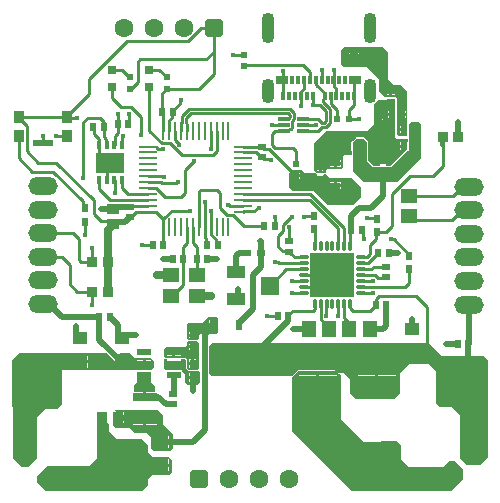
<source format=gbr>
G04*
G04 #@! TF.GenerationSoftware,Altium Limited,Altium Designer,24.8.2 (39)*
G04*
G04 Layer_Physical_Order=1*
G04 Layer_Color=255*
%FSLAX44Y44*%
%MOMM*%
G71*
G04*
G04 #@! TF.SameCoordinates,C7BC70F5-E38B-40BF-8CF6-97473964AE68*
G04*
G04*
G04 #@! TF.FilePolarity,Positive*
G04*
G01*
G75*
%ADD18R,0.6000X0.5000*%
%ADD19R,0.6000X0.6400*%
%ADD20R,0.7500X0.6000*%
G04:AMPARAMS|DCode=22|XSize=0.81mm|YSize=0.27mm|CornerRadius=0.0338mm|HoleSize=0mm|Usage=FLASHONLY|Rotation=180.000|XOffset=0mm|YOffset=0mm|HoleType=Round|Shape=RoundedRectangle|*
%AMROUNDEDRECTD22*
21,1,0.8100,0.2025,0,0,180.0*
21,1,0.7425,0.2700,0,0,180.0*
1,1,0.0675,-0.3713,0.1013*
1,1,0.0675,0.3713,0.1013*
1,1,0.0675,0.3713,-0.1013*
1,1,0.0675,-0.3713,-0.1013*
%
%ADD22ROUNDEDRECTD22*%
G04:AMPARAMS|DCode=23|XSize=0.27mm|YSize=0.81mm|CornerRadius=0.0338mm|HoleSize=0mm|Usage=FLASHONLY|Rotation=180.000|XOffset=0mm|YOffset=0mm|HoleType=Round|Shape=RoundedRectangle|*
%AMROUNDEDRECTD23*
21,1,0.2700,0.7425,0,0,180.0*
21,1,0.2025,0.8100,0,0,180.0*
1,1,0.0675,-0.1013,0.3713*
1,1,0.0675,0.1013,0.3713*
1,1,0.0675,0.1013,-0.3713*
1,1,0.0675,-0.1013,-0.3713*
%
%ADD23ROUNDEDRECTD23*%
%ADD24R,1.6000X1.6000*%
%ADD25R,1.6000X1.1000*%
%ADD26O,0.2500X1.5500*%
%ADD27O,1.5500X0.2500*%
%ADD28R,0.6400X0.6000*%
%ADD29R,0.5000X0.6000*%
%ADD30R,0.8000X0.8000*%
%ADD31R,0.6000X0.7500*%
%ADD32R,1.2000X1.0000*%
%ADD33R,0.6250X0.8300*%
%ADD34R,0.8500X0.9500*%
%ADD35R,3.2000X1.6000*%
%ADD36R,1.1500X1.3500*%
%ADD37R,1.3500X1.1500*%
%ADD38R,1.0000X0.9000*%
%ADD39R,2.4384X1.6510*%
%ADD40R,0.3048X0.7620*%
%ADD41P,1.6971X4X180.0*%
%ADD42P,1.6971X4X90.0*%
%ADD43R,0.9000X0.6000*%
%ADD44R,2.0000X0.8000*%
%ADD45R,1.2000X0.6000*%
%ADD46R,0.9000X1.0000*%
%ADD47R,1.7000X0.5500*%
%ADD48R,1.4000X1.2000*%
%ADD49R,0.3000X0.7000*%
%ADD50R,1.0000X0.7000*%
%ADD51R,0.9000X1.0000*%
%ADD52R,0.5000X0.4000*%
%ADD53R,0.9900X0.3000*%
%ADD91R,3.7000X3.7000*%
%ADD92C,0.5080*%
%ADD93C,0.2540*%
%ADD94C,0.6350*%
%ADD95C,1.6000*%
G04:AMPARAMS|DCode=96|XSize=1.6mm|YSize=1.6mm|CornerRadius=0.4mm|HoleSize=0mm|Usage=FLASHONLY|Rotation=0.000|XOffset=0mm|YOffset=0mm|HoleType=Round|Shape=RoundedRectangle|*
%AMROUNDEDRECTD96*
21,1,1.6000,0.8000,0,0,0.0*
21,1,0.8000,1.6000,0,0,0.0*
1,1,0.8000,0.4000,-0.4000*
1,1,0.8000,-0.4000,-0.4000*
1,1,0.8000,-0.4000,0.4000*
1,1,0.8000,0.4000,0.4000*
%
%ADD96ROUNDEDRECTD96*%
%ADD97O,2.5000X1.5000*%
%ADD98O,1.1000X2.1000*%
%ADD99O,1.1000X2.6000*%
%ADD100C,0.4500*%
G36*
X330200Y383540D02*
Y360680D01*
X335280Y355600D01*
X341630D01*
X346710Y350520D01*
Y321662D01*
X346580Y320700D01*
X345694Y320700D01*
X344850D01*
Y317500D01*
Y314300D01*
X345883D01*
X346304Y313284D01*
X345440Y312420D01*
X339090D01*
X337820Y313690D01*
Y344170D01*
X336956Y345034D01*
Y345056D01*
X336934D01*
X336550Y345440D01*
X327660D01*
X322580Y350520D01*
Y360680D01*
X312420Y370840D01*
X293370D01*
X290830Y373380D01*
X290830Y384810D01*
X293370Y387350D01*
X326390D01*
X330200Y383540D01*
D02*
G37*
G36*
X328930Y342900D02*
X329540Y342647D01*
Y342310D01*
X332740D01*
Y341040D01*
X334010D01*
Y338040D01*
X335940D01*
X336550Y337277D01*
Y334362D01*
X336420Y333400D01*
X335534Y333400D01*
X334690D01*
Y330200D01*
Y327000D01*
X336420D01*
X336550Y326038D01*
Y311150D01*
X337820Y309880D01*
X346710D01*
X346880Y309710D01*
Y307622D01*
X346580Y306730D01*
X345864Y306730D01*
X344850D01*
Y303530D01*
Y300330D01*
X345514D01*
X345910Y299314D01*
X332312Y286850D01*
X329169D01*
X328890Y287750D01*
X328890Y287866D01*
Y288480D01*
X326390D01*
X323890D01*
Y287866D01*
X323890Y287750D01*
X323611Y286850D01*
X317955D01*
X313520Y291285D01*
Y307340D01*
X313198Y308118D01*
X310658Y310658D01*
X309880Y310980D01*
X303530D01*
X302752Y310658D01*
X300212Y308118D01*
X299990Y307580D01*
X299868Y307321D01*
X299173Y306730D01*
X298874Y306730D01*
X297860D01*
Y303530D01*
Y300330D01*
X298874D01*
X299890Y299438D01*
Y296080D01*
X299720Y295910D01*
X293370D01*
X292100Y294640D01*
Y285750D01*
X290830Y284480D01*
X279400D01*
X278130Y283210D01*
Y281940D01*
X276860Y280670D01*
X270510D01*
X267970Y283210D01*
Y306070D01*
X278130Y316230D01*
X312420D01*
X318770Y322580D01*
Y339090D01*
X322580Y342900D01*
X328930D01*
D02*
G37*
G36*
X358140Y322580D02*
Y293370D01*
X337820Y273050D01*
X309880D01*
X300990Y281940D01*
X300990Y307340D01*
X303530Y309880D01*
X309880D01*
X312420Y307340D01*
Y290830D01*
X317500Y285750D01*
X332740D01*
X347537Y299314D01*
X347596D01*
Y299368D01*
X347980Y299720D01*
Y322100D01*
X349730Y323850D01*
X356870D01*
X358140Y322580D01*
D02*
G37*
G36*
X260350Y280670D02*
X268955D01*
X269732Y279892D01*
X270390Y279620D01*
X270548Y278683D01*
X270550Y278632D01*
X270550Y278554D01*
Y277940D01*
X273050D01*
X275550D01*
Y278554D01*
X275550Y278670D01*
X275829Y279570D01*
X276860D01*
X277638Y279892D01*
X280670Y276860D01*
X299720D01*
X307340Y269240D01*
Y260350D01*
X300990Y254000D01*
X279400D01*
X267970Y265430D01*
X250190D01*
X246380Y269240D01*
Y280670D01*
X248920Y283210D01*
X257810D01*
X260350Y280670D01*
D02*
G37*
G36*
X186690Y157480D02*
Y146050D01*
X185420Y144780D01*
X171450D01*
X170180Y143510D01*
Y140970D01*
X168910Y139700D01*
X161290D01*
X160020Y140970D01*
X160020Y152400D01*
X161290Y153670D01*
X172720D01*
X177800Y158750D01*
X185420D01*
X186690Y157480D01*
D02*
G37*
G36*
X115570Y124460D02*
X129540D01*
X132080Y121920D01*
Y116840D01*
X129540Y114300D01*
X54610D01*
Y85090D01*
X50401Y80881D01*
X39769D01*
X33020Y74131D01*
Y39370D01*
X25400Y31750D01*
X20320D01*
X12700Y39370D01*
Y82550D01*
X11837Y83413D01*
X12317Y84370D01*
X29210D01*
Y102870D01*
Y121370D01*
X12317D01*
X11837Y122327D01*
X17780Y128270D01*
X91663D01*
X98800Y121132D01*
Y116260D01*
X103530D01*
Y121260D01*
Y126657D01*
X102856Y127331D01*
X103245Y128270D01*
X111760D01*
X115570Y124460D01*
D02*
G37*
G36*
X170180Y137160D02*
Y115570D01*
X168910Y114300D01*
X161290Y114300D01*
X160020Y115570D01*
X160020Y123190D01*
X158750Y124460D01*
X142240D01*
X140970Y125730D01*
X140970Y132080D01*
X142240Y133350D01*
X158750D01*
X160020Y134620D01*
X160020Y137160D01*
X161290Y138430D01*
X168910D01*
X170180Y137160D01*
D02*
G37*
G36*
X142015Y123454D02*
X142240Y123360D01*
X142360D01*
X142774Y123248D01*
X142850Y122380D01*
X142850Y122344D01*
Y120650D01*
X148850D01*
X154850D01*
Y122344D01*
X154850Y122380D01*
X154936Y123360D01*
X158163D01*
X158920Y122604D01*
X158920Y115570D01*
X159242Y114792D01*
X160512Y113522D01*
X161290Y113200D01*
X168910Y113200D01*
X169688Y113522D01*
X171450Y111760D01*
Y104140D01*
X168910Y101600D01*
X161290D01*
X158750Y104140D01*
Y110490D01*
X155866Y113374D01*
Y113896D01*
X155344D01*
X154940Y114300D01*
X142240D01*
X140970Y115570D01*
X140970Y122847D01*
X141825Y123505D01*
X142015Y123454D01*
D02*
G37*
G36*
X125120Y106880D02*
X129540D01*
Y104140D01*
X133350Y100330D01*
Y95280D01*
X125730D01*
Y91280D01*
X123190D01*
Y95280D01*
X115570D01*
Y101600D01*
X118110Y104140D01*
Y106880D01*
X122580D01*
Y109880D01*
X125120D01*
Y106880D01*
D02*
G37*
G36*
X89770Y68660D02*
X92964D01*
X93000Y68660D01*
X93980Y68573D01*
Y62230D01*
X100330Y55880D01*
X121920D01*
X127000Y50800D01*
Y44450D01*
X130810Y40640D01*
X144780Y40640D01*
X147320Y38100D01*
Y27940D01*
X144780Y25400D01*
X130810D01*
X127000Y21590D01*
Y16510D01*
X121920Y11430D01*
X40640Y11430D01*
X33020Y19050D01*
X33020Y24130D01*
X41910Y33020D01*
X77470Y33020D01*
X83820Y39370D01*
Y67719D01*
X83987Y68594D01*
X84803Y68660D01*
X84836D01*
X87230D01*
Y73660D01*
X89770D01*
Y68660D01*
D02*
G37*
G36*
X139700Y76200D02*
Y68580D01*
X148590Y59690D01*
Y48260D01*
X146050Y45720D01*
X132080Y45720D01*
X129540Y48260D01*
Y57150D01*
X125730Y60960D01*
X115570D01*
X111760Y64770D01*
X100330D01*
X97425Y67675D01*
X97877Y68660D01*
X100730D01*
Y73660D01*
Y78660D01*
X99824D01*
X99315Y79676D01*
X99565Y80010D01*
X135890D01*
X139700Y76200D01*
D02*
G37*
G36*
X375920Y125730D02*
X411480D01*
X415290Y121920D01*
Y40640D01*
X408305Y33655D01*
X403871D01*
X403836Y34671D01*
X404520Y35354D01*
X407156Y37991D01*
X403812Y41336D01*
X400467Y37991D01*
X403094Y35364D01*
X403787Y34671D01*
X403752Y33655D01*
X396875D01*
X391160Y39370D01*
X391160Y76200D01*
X384810Y82550D01*
X374650D01*
X370840Y86360D01*
X370840Y113030D01*
X364490Y119380D01*
X347980D01*
X340360Y111760D01*
Y93980D01*
X335444Y89064D01*
X303366D01*
X298450Y93980D01*
Y106680D01*
X293371Y111759D01*
X288291Y111759D01*
X285750Y114300D01*
X254000D01*
X248920Y109220D01*
X181610D01*
X179070Y111760D01*
Y134620D01*
X181610Y137160D01*
X364490D01*
X375920Y125730D01*
D02*
G37*
G36*
X287513Y110982D02*
X287513Y110982D01*
X287938Y110805D01*
X288291Y110660D01*
X288291D01*
X288291D01*
X289390Y110660D01*
X290830Y109220D01*
X290830Y72390D01*
X309946Y53274D01*
X337801Y53359D01*
X341630Y49530D01*
Y38100D01*
X347980Y31750D01*
X377190D01*
X382270Y36830D01*
X387350D01*
X393700Y30480D01*
Y21590D01*
X383540Y11430D01*
X299720D01*
X294640Y16510D01*
X248920Y62230D01*
X248920Y108120D01*
D01*
X249698Y108442D01*
X254456Y113200D01*
X285294D01*
X287513Y110982D01*
D02*
G37*
%LPC*%
G36*
X304800Y385449D02*
Y384810D01*
X305439D01*
X305437Y384814D01*
X304804Y385447D01*
X304800Y385449D01*
D02*
G37*
G36*
X302260D02*
X302255Y385447D01*
X301623Y384814D01*
X301621Y384810D01*
X302260D01*
Y385449D01*
D02*
G37*
G36*
X297180D02*
Y384810D01*
X297819D01*
X297817Y384814D01*
X297185Y385447D01*
X297180Y385449D01*
D02*
G37*
G36*
X294640D02*
X294636Y385447D01*
X294003Y384814D01*
X294001Y384810D01*
X294640D01*
Y385449D01*
D02*
G37*
G36*
X305439Y382270D02*
X304800D01*
Y381631D01*
X304804Y381633D01*
X305437Y382266D01*
X305439Y382270D01*
D02*
G37*
G36*
X302260D02*
X301621D01*
X301623Y382266D01*
X302255Y381633D01*
X302260Y381631D01*
Y382270D01*
D02*
G37*
G36*
X297819D02*
X297180D01*
Y381631D01*
X297185Y381633D01*
X297817Y382266D01*
X297819Y382270D01*
D02*
G37*
G36*
X294640D02*
X294001D01*
X294003Y382266D01*
X294636Y381633D01*
X294640Y381631D01*
Y382270D01*
D02*
G37*
G36*
X304800Y376559D02*
Y375920D01*
X305439D01*
X305437Y375924D01*
X304804Y376557D01*
X304800Y376559D01*
D02*
G37*
G36*
X302260D02*
X302255Y376557D01*
X301623Y375924D01*
X301621Y375920D01*
X302260D01*
Y376559D01*
D02*
G37*
G36*
X297180D02*
Y375920D01*
X297819D01*
X297817Y375924D01*
X297185Y376557D01*
X297180Y376559D01*
D02*
G37*
G36*
X294640D02*
X294636Y376557D01*
X294003Y375924D01*
X294001Y375920D01*
X294640D01*
Y376559D01*
D02*
G37*
G36*
X305439Y373380D02*
X304800D01*
Y372741D01*
X304804Y372743D01*
X305437Y373376D01*
X305439Y373380D01*
D02*
G37*
G36*
X302260D02*
X301621D01*
X301623Y373376D01*
X302255Y372743D01*
X302260Y372741D01*
Y373380D01*
D02*
G37*
G36*
X297819D02*
X297180D01*
Y372741D01*
X297185Y372743D01*
X297817Y373376D01*
X297819Y373380D01*
D02*
G37*
G36*
X294640D02*
X294001D01*
X294003Y373376D01*
X294636Y372743D01*
X294640Y372741D01*
Y373380D01*
D02*
G37*
G36*
X335940Y352840D02*
X334010D01*
Y351110D01*
X335940D01*
Y352840D01*
D02*
G37*
G36*
X331470D02*
X329540D01*
Y351110D01*
X331470D01*
Y352840D01*
D02*
G37*
G36*
X335940Y348570D02*
X334010D01*
Y346840D01*
X335940D01*
Y348570D01*
D02*
G37*
G36*
X331470D02*
X329540D01*
Y346840D01*
X331470D01*
Y348570D01*
D02*
G37*
G36*
X345220Y333400D02*
X343490D01*
Y331470D01*
X345220D01*
Y333400D01*
D02*
G37*
G36*
X340950D02*
X339220D01*
Y331470D01*
X340950D01*
Y333400D01*
D02*
G37*
G36*
X345220Y328930D02*
X343490D01*
Y327000D01*
X345220D01*
Y328930D01*
D02*
G37*
G36*
X340950D02*
X339220D01*
Y327000D01*
X340950D01*
Y328930D01*
D02*
G37*
G36*
X342310Y320700D02*
X340580D01*
Y318770D01*
X342310D01*
Y320700D01*
D02*
G37*
G36*
Y316230D02*
X340580D01*
Y314300D01*
X342310D01*
Y316230D01*
D02*
G37*
G36*
X331470Y339770D02*
X329540D01*
Y338040D01*
X331470D01*
Y339770D01*
D02*
G37*
G36*
X332150Y333400D02*
X330420D01*
Y331470D01*
X332150D01*
Y333400D01*
D02*
G37*
G36*
X325120Y329569D02*
Y328930D01*
X325759D01*
X325757Y328935D01*
X325125Y329567D01*
X325120Y329569D01*
D02*
G37*
G36*
X322580D02*
X322575Y329567D01*
X321943Y328935D01*
X321941Y328930D01*
X322580D01*
Y329569D01*
D02*
G37*
G36*
X332150Y328930D02*
X330420D01*
Y327000D01*
X332150D01*
Y328930D01*
D02*
G37*
G36*
X325759Y326390D02*
X325120D01*
Y325751D01*
X325125Y325753D01*
X325757Y326385D01*
X325759Y326390D01*
D02*
G37*
G36*
X322580D02*
X321941D01*
X321943Y326385D01*
X322575Y325753D01*
X322580Y325751D01*
Y326390D01*
D02*
G37*
G36*
X323850Y313059D02*
Y312420D01*
X324489D01*
X324487Y312425D01*
X323854Y313057D01*
X323850Y313059D01*
D02*
G37*
G36*
X321310D02*
X321306Y313057D01*
X320673Y312425D01*
X320671Y312420D01*
X321310D01*
Y313059D01*
D02*
G37*
G36*
X285750Y311789D02*
Y311150D01*
X286389D01*
X286387Y311154D01*
X285755Y311787D01*
X285750Y311789D01*
D02*
G37*
G36*
X283210D02*
X283206Y311787D01*
X282573Y311154D01*
X282571Y311150D01*
X283210D01*
Y311789D01*
D02*
G37*
G36*
X324489Y309880D02*
X323850D01*
Y309241D01*
X323854Y309243D01*
X324487Y309876D01*
X324489Y309880D01*
D02*
G37*
G36*
X321310D02*
X320671D01*
X320673Y309876D01*
X321306Y309243D01*
X321310Y309241D01*
Y309880D01*
D02*
G37*
G36*
X286389Y308610D02*
X285750D01*
Y307971D01*
X285755Y307973D01*
X286387Y308605D01*
X286389Y308610D01*
D02*
G37*
G36*
X283210D02*
X282571D01*
X282573Y308605D01*
X283206Y307973D01*
X283210Y307971D01*
Y308610D01*
D02*
G37*
G36*
X342310Y306730D02*
X340580D01*
Y304800D01*
X342310D01*
Y306730D01*
D02*
G37*
G36*
X295320D02*
X293590D01*
Y304800D01*
X295320D01*
Y306730D01*
D02*
G37*
G36*
X331470Y302899D02*
Y302260D01*
X332109D01*
X332107Y302264D01*
X331474Y302897D01*
X331470Y302899D01*
D02*
G37*
G36*
X328930D02*
X328926Y302897D01*
X328293Y302264D01*
X328291Y302260D01*
X328930D01*
Y302899D01*
D02*
G37*
G36*
X275590Y301629D02*
Y300990D01*
X276229D01*
X276227Y300994D01*
X275595Y301627D01*
X275590Y301629D01*
D02*
G37*
G36*
X273050D02*
X273046Y301627D01*
X272413Y300994D01*
X272411Y300990D01*
X273050D01*
Y301629D01*
D02*
G37*
G36*
X342310Y302260D02*
X340580D01*
Y300330D01*
X342310D01*
Y302260D01*
D02*
G37*
G36*
X295320D02*
X293590D01*
Y300330D01*
X295320D01*
Y302260D01*
D02*
G37*
G36*
X332109Y299720D02*
X331470D01*
Y299081D01*
X331474Y299083D01*
X332107Y299715D01*
X332109Y299720D01*
D02*
G37*
G36*
X328930D02*
X328291D01*
X328293Y299715D01*
X328926Y299083D01*
X328930Y299081D01*
Y299720D01*
D02*
G37*
G36*
X276229Y298450D02*
X275590D01*
Y297811D01*
X275595Y297813D01*
X276227Y298445D01*
X276229Y298450D01*
D02*
G37*
G36*
X273050D02*
X272411D01*
X272413Y298445D01*
X273046Y297813D01*
X273050Y297811D01*
Y298450D01*
D02*
G37*
G36*
X328890Y291750D02*
X327660D01*
Y291020D01*
X328890D01*
Y291750D01*
D02*
G37*
G36*
X325120D02*
X323890D01*
Y291020D01*
X325120D01*
Y291750D01*
D02*
G37*
G36*
X290220Y291900D02*
X286990D01*
Y290170D01*
X290220D01*
Y291900D01*
D02*
G37*
G36*
X284450D02*
X281220D01*
Y290170D01*
X284450D01*
Y291900D01*
D02*
G37*
G36*
X275550Y286670D02*
X274320D01*
Y285940D01*
X275550D01*
Y286670D01*
D02*
G37*
G36*
X271780D02*
X270550D01*
Y285940D01*
X271780D01*
Y286670D01*
D02*
G37*
G36*
X290220Y287630D02*
X286990D01*
Y285900D01*
X290220D01*
Y287630D01*
D02*
G37*
G36*
X284450D02*
X281220D01*
Y285900D01*
X284450D01*
Y287630D01*
D02*
G37*
G36*
X275550Y283400D02*
X274320D01*
Y282670D01*
X275550D01*
Y283400D01*
D02*
G37*
G36*
X271780D02*
X270550D01*
Y282670D01*
X271780D01*
Y283400D01*
D02*
G37*
G36*
X255730Y280710D02*
X254000D01*
Y279480D01*
X255730D01*
Y280710D01*
D02*
G37*
G36*
X251460D02*
X249730D01*
Y279480D01*
X251460D01*
Y280710D01*
D02*
G37*
G36*
X255730Y276940D02*
X254000D01*
Y275710D01*
X255730D01*
Y276940D01*
D02*
G37*
G36*
X251460D02*
X249730D01*
Y275710D01*
X251460D01*
Y276940D01*
D02*
G37*
G36*
X275550Y275400D02*
X274320D01*
Y274670D01*
X275550D01*
Y275400D01*
D02*
G37*
G36*
X271780D02*
X270550D01*
Y274670D01*
X271780D01*
Y275400D01*
D02*
G37*
G36*
X290220Y272900D02*
X286990D01*
Y271170D01*
X290220D01*
Y272900D01*
D02*
G37*
G36*
X284450D02*
X281220D01*
Y271170D01*
X284450D01*
Y272900D01*
D02*
G37*
G36*
X257171Y271149D02*
Y270510D01*
X257810D01*
X257808Y270515D01*
X257175Y271147D01*
X257171Y271149D01*
D02*
G37*
G36*
X254631D02*
X254626Y271147D01*
X253993Y270515D01*
X253991Y270510D01*
X254631D01*
Y271149D01*
D02*
G37*
G36*
X257810Y267970D02*
X257171D01*
Y267331D01*
X257175Y267333D01*
X257808Y267966D01*
X257810Y267970D01*
D02*
G37*
G36*
X254631D02*
X253991D01*
X253993Y267966D01*
X254626Y267333D01*
X254631Y267331D01*
Y267970D01*
D02*
G37*
G36*
X290220Y268630D02*
X286990D01*
Y266900D01*
X290220D01*
Y268630D01*
D02*
G37*
G36*
X284450D02*
X281220D01*
Y266900D01*
X284450D01*
Y268630D01*
D02*
G37*
G36*
X284480Y262259D02*
Y261620D01*
X285119D01*
X285117Y261625D01*
X284485Y262257D01*
X284480Y262259D01*
D02*
G37*
G36*
X281940D02*
X281936Y262257D01*
X281303Y261625D01*
X281301Y261620D01*
X281940D01*
Y262259D01*
D02*
G37*
G36*
X285119Y259080D02*
X284480D01*
Y258441D01*
X284485Y258443D01*
X285117Y259076D01*
X285119Y259080D01*
D02*
G37*
G36*
X281940D02*
X281301D01*
X281303Y259076D01*
X281936Y258443D01*
X281940Y258441D01*
Y259080D01*
D02*
G37*
G36*
X185040Y156550D02*
X183185D01*
Y153670D01*
X185040D01*
Y156550D01*
D02*
G37*
G36*
X180645D02*
X178790D01*
Y153670D01*
X180645D01*
Y156550D01*
D02*
G37*
G36*
X185040Y151130D02*
X183185D01*
Y148250D01*
X185040D01*
Y151130D01*
D02*
G37*
G36*
X180645D02*
X178790D01*
Y148250D01*
X180645D01*
Y151130D01*
D02*
G37*
G36*
X168100Y145930D02*
X166370D01*
Y144700D01*
X168100D01*
Y145930D01*
D02*
G37*
G36*
X163830D02*
X162100D01*
Y144700D01*
X163830D01*
Y145930D01*
D02*
G37*
G36*
X168100Y142160D02*
X166370D01*
Y140930D01*
X168100D01*
Y142160D01*
D02*
G37*
G36*
X163830D02*
X162100D01*
Y140930D01*
X163830D01*
Y142160D01*
D02*
G37*
G36*
X110800Y126260D02*
X106070D01*
Y122530D01*
X110800D01*
Y126260D01*
D02*
G37*
G36*
X75850Y125810D02*
X71120D01*
Y122080D01*
X75850D01*
Y125810D01*
D02*
G37*
G36*
X68580D02*
X63850D01*
Y122080D01*
X68580D01*
Y125810D01*
D02*
G37*
G36*
X129850Y122380D02*
X125120D01*
Y120650D01*
X129850D01*
Y122380D01*
D02*
G37*
G36*
X122580D02*
X117850D01*
Y120650D01*
X122580D01*
Y122380D01*
D02*
G37*
G36*
X129850Y118110D02*
X125120D01*
Y116380D01*
X129850D01*
Y118110D01*
D02*
G37*
G36*
X122580D02*
X117850D01*
Y116380D01*
X122580D01*
Y118110D01*
D02*
G37*
G36*
X110800Y119990D02*
X106070D01*
Y116260D01*
X110800D01*
Y119990D01*
D02*
G37*
G36*
X75850Y119540D02*
X71120D01*
Y115810D01*
X75850D01*
Y119540D01*
D02*
G37*
G36*
X68580D02*
X63850D01*
Y115810D01*
X68580D01*
Y119540D01*
D02*
G37*
G36*
X31750Y121370D02*
Y104140D01*
X48980D01*
Y112647D01*
Y121370D01*
X31750D01*
D02*
G37*
G36*
X48980Y101600D02*
X31750D01*
Y84370D01*
X48980D01*
Y101600D01*
D02*
G37*
G36*
X22908Y50347D02*
X19564Y47002D01*
X22908Y43658D01*
X26253Y47002D01*
X22908Y50347D01*
D02*
G37*
G36*
X17768Y45206D02*
X14423Y41862D01*
X17768Y38517D01*
X21112Y41862D01*
X17768Y45206D01*
D02*
G37*
G36*
X28049D02*
X24704Y41862D01*
X28049Y38517D01*
X31394Y41862D01*
X28049Y45206D01*
D02*
G37*
G36*
X22908Y40066D02*
X19564Y36721D01*
X22908Y33376D01*
X26253Y36721D01*
X22908Y40066D01*
D02*
G37*
G36*
X168100Y135930D02*
X166370D01*
Y134700D01*
X168100D01*
Y135930D01*
D02*
G37*
G36*
X163830D02*
X162100D01*
Y134700D01*
X163830D01*
Y135930D01*
D02*
G37*
G36*
X168100Y132160D02*
X166370D01*
Y130930D01*
X168100D01*
Y132160D01*
D02*
G37*
G36*
X163830D02*
X162100D01*
Y130930D01*
X163830D01*
Y132160D01*
D02*
G37*
G36*
X154850Y131880D02*
X150120D01*
Y130150D01*
X154850D01*
Y131880D01*
D02*
G37*
G36*
X147580D02*
X142850D01*
Y130150D01*
X147580D01*
Y131880D01*
D02*
G37*
G36*
X154850Y127610D02*
X150120D01*
Y125880D01*
X154850D01*
Y127610D01*
D02*
G37*
G36*
X147580D02*
X142850D01*
Y125880D01*
X147580D01*
Y127610D01*
D02*
G37*
G36*
X168100Y123130D02*
X166370D01*
Y120650D01*
X168100D01*
Y123130D01*
D02*
G37*
G36*
X163830D02*
X162100D01*
Y120650D01*
X163830D01*
Y123130D01*
D02*
G37*
G36*
X168100Y118110D02*
X166370D01*
Y115630D01*
X168100D01*
Y118110D01*
D02*
G37*
G36*
X163830D02*
X162100D01*
Y115630D01*
X163830D01*
Y118110D01*
D02*
G37*
G36*
X154850D02*
X150120D01*
Y116380D01*
X154850D01*
Y118110D01*
D02*
G37*
G36*
X147580D02*
X142850D01*
Y116380D01*
X147580D01*
Y118110D01*
D02*
G37*
G36*
X168100Y111630D02*
X166370D01*
Y109150D01*
X168100D01*
Y111630D01*
D02*
G37*
G36*
X163830D02*
X162100D01*
Y109150D01*
X163830D01*
Y111630D01*
D02*
G37*
G36*
X168100Y106610D02*
X166370D01*
Y104130D01*
X168100D01*
Y106610D01*
D02*
G37*
G36*
X163830D02*
X162100D01*
Y104130D01*
X163830D01*
Y106610D01*
D02*
G37*
G36*
X144430Y38180D02*
X139700D01*
Y34450D01*
X144430D01*
Y38180D01*
D02*
G37*
G36*
X137160D02*
X132430D01*
Y34450D01*
X137160D01*
Y38180D01*
D02*
G37*
G36*
X122640Y51520D02*
X105410D01*
Y34290D01*
X122640D01*
Y51520D01*
D02*
G37*
G36*
X102870D02*
X85640D01*
Y34290D01*
X102870D01*
Y51520D01*
D02*
G37*
G36*
X144430Y31910D02*
X139700D01*
Y28180D01*
X144430D01*
Y31910D01*
D02*
G37*
G36*
X137160D02*
X132430D01*
Y28180D01*
X137160D01*
Y31910D01*
D02*
G37*
G36*
X43132Y30124D02*
X39787Y26779D01*
X43132Y23434D01*
X46476Y26779D01*
X43132Y30124D01*
D02*
G37*
G36*
X48272Y24983D02*
X44928Y21638D01*
X48272Y18294D01*
X51617Y21638D01*
X48272Y24983D01*
D02*
G37*
G36*
X37991D02*
X34646Y21638D01*
X37991Y18294D01*
X41336Y21638D01*
X37991Y24983D01*
D02*
G37*
G36*
X122640Y31750D02*
X105410D01*
Y14520D01*
X122640D01*
Y31750D01*
D02*
G37*
G36*
X102870D02*
X85640D01*
Y14520D01*
X102870D01*
Y31750D01*
D02*
G37*
G36*
X43132Y19842D02*
X39787Y16498D01*
X43132Y13153D01*
X46476Y16498D01*
X43132Y19842D01*
D02*
G37*
G36*
X106500Y78660D02*
X103270D01*
Y74930D01*
X106500D01*
Y78660D01*
D02*
G37*
G36*
X134460Y75280D02*
X125730D01*
Y72550D01*
X134460D01*
Y75280D01*
D02*
G37*
G36*
X123190D02*
X114460D01*
Y72550D01*
X123190D01*
Y75280D01*
D02*
G37*
G36*
X106500Y72390D02*
X103270D01*
Y68660D01*
X106500D01*
Y72390D01*
D02*
G37*
G36*
X134460Y70010D02*
X125730D01*
Y67280D01*
X134460D01*
Y70010D01*
D02*
G37*
G36*
X123190D02*
X114460D01*
Y67280D01*
X123190D01*
Y70010D01*
D02*
G37*
G36*
X144430Y58180D02*
X139700D01*
Y54450D01*
X144430D01*
Y58180D01*
D02*
G37*
G36*
X137160D02*
X132430D01*
Y54450D01*
X137160D01*
Y58180D01*
D02*
G37*
G36*
X144430Y51910D02*
X139700D01*
Y48180D01*
X144430D01*
Y51910D01*
D02*
G37*
G36*
X137160D02*
X132430D01*
Y48180D01*
X137160D01*
Y51910D01*
D02*
G37*
G36*
X213360Y132719D02*
Y132080D01*
X213999D01*
X213997Y132085D01*
X213364Y132717D01*
X213360Y132719D01*
D02*
G37*
G36*
X210820D02*
X210816Y132717D01*
X210182Y132085D01*
X210181Y132080D01*
X210820D01*
Y132719D01*
D02*
G37*
G36*
X204047D02*
Y132080D01*
X204686D01*
X204684Y132085D01*
X204051Y132717D01*
X204047Y132719D01*
D02*
G37*
G36*
X201507D02*
X201502Y132717D01*
X200869Y132085D01*
X200867Y132080D01*
X201507D01*
Y132719D01*
D02*
G37*
G36*
X194733D02*
Y132080D01*
X195373D01*
X195371Y132085D01*
X194738Y132717D01*
X194733Y132719D01*
D02*
G37*
G36*
X192193D02*
X192189Y132717D01*
X191556Y132085D01*
X191554Y132080D01*
X192193D01*
Y132719D01*
D02*
G37*
G36*
X185420D02*
Y132080D01*
X186059D01*
X186057Y132085D01*
X185424Y132717D01*
X185420Y132719D01*
D02*
G37*
G36*
X182880D02*
X182875Y132717D01*
X182243Y132085D01*
X182241Y132080D01*
X182880D01*
Y132719D01*
D02*
G37*
G36*
X364490Y131449D02*
Y130810D01*
X365129D01*
X365127Y130815D01*
X364495Y131447D01*
X364490Y131449D01*
D02*
G37*
G36*
X361950D02*
X361945Y131447D01*
X361313Y130815D01*
X361311Y130810D01*
X361950D01*
Y131449D01*
D02*
G37*
G36*
X356520Y133430D02*
X351790D01*
Y129700D01*
X356520D01*
Y133430D01*
D02*
G37*
G36*
X349250D02*
X344520D01*
Y129700D01*
X349250D01*
Y133430D01*
D02*
G37*
G36*
X213999Y129540D02*
X213360D01*
Y128901D01*
X213364Y128903D01*
X213997Y129536D01*
X213999Y129540D01*
D02*
G37*
G36*
X210820D02*
X210181D01*
X210182Y129536D01*
X210816Y128903D01*
X210820Y128901D01*
Y129540D01*
D02*
G37*
G36*
X204686D02*
X204047D01*
Y128901D01*
X204051Y128903D01*
X204684Y129536D01*
X204686Y129540D01*
D02*
G37*
G36*
X201507D02*
X200867D01*
X200869Y129536D01*
X201502Y128903D01*
X201507Y128901D01*
Y129540D01*
D02*
G37*
G36*
X195373D02*
X194733D01*
Y128901D01*
X194738Y128903D01*
X195371Y129536D01*
X195373Y129540D01*
D02*
G37*
G36*
X192193D02*
X191554D01*
X191556Y129536D01*
X192189Y128903D01*
X192193Y128901D01*
Y129540D01*
D02*
G37*
G36*
X186059D02*
X185420D01*
Y128901D01*
X185424Y128903D01*
X186057Y129536D01*
X186059Y129540D01*
D02*
G37*
G36*
X182880D02*
X182241D01*
X182243Y129536D01*
X182875Y128903D01*
X182880Y128901D01*
Y129540D01*
D02*
G37*
G36*
X365129Y128270D02*
X364490D01*
Y127631D01*
X364495Y127633D01*
X365127Y128265D01*
X365129Y128270D01*
D02*
G37*
G36*
X361950D02*
X361311D01*
X361313Y128265D01*
X361945Y127633D01*
X361950Y127631D01*
Y128270D01*
D02*
G37*
G36*
X213360Y125099D02*
Y124460D01*
X213999D01*
X213997Y124465D01*
X213364Y125097D01*
X213360Y125099D01*
D02*
G37*
G36*
X210820D02*
X210816Y125097D01*
X210182Y124465D01*
X210181Y124460D01*
X210820D01*
Y125099D01*
D02*
G37*
G36*
X204047D02*
Y124460D01*
X204686D01*
X204684Y124465D01*
X204051Y125097D01*
X204047Y125099D01*
D02*
G37*
G36*
X201507D02*
X201502Y125097D01*
X200869Y124465D01*
X200867Y124460D01*
X201507D01*
Y125099D01*
D02*
G37*
G36*
X194733D02*
Y124460D01*
X195373D01*
X195371Y124465D01*
X194738Y125097D01*
X194733Y125099D01*
D02*
G37*
G36*
X192193D02*
X192189Y125097D01*
X191556Y124465D01*
X191554Y124460D01*
X192193D01*
Y125099D01*
D02*
G37*
G36*
X185420D02*
Y124460D01*
X186059D01*
X186057Y124465D01*
X185424Y125097D01*
X185420Y125099D01*
D02*
G37*
G36*
X182880D02*
X182875Y125097D01*
X182243Y124465D01*
X182241Y124460D01*
X182880D01*
Y125099D01*
D02*
G37*
G36*
X356520Y127160D02*
X351790D01*
Y123430D01*
X356520D01*
Y127160D01*
D02*
G37*
G36*
X349250D02*
X344520D01*
Y123430D01*
X349250D01*
Y127160D01*
D02*
G37*
G36*
X213999Y121920D02*
X213360D01*
Y121281D01*
X213364Y121283D01*
X213997Y121916D01*
X213999Y121920D01*
D02*
G37*
G36*
X210820D02*
X210181D01*
X210182Y121916D01*
X210816Y121283D01*
X210820Y121281D01*
Y121920D01*
D02*
G37*
G36*
X204686D02*
X204047D01*
Y121281D01*
X204051Y121283D01*
X204684Y121916D01*
X204686Y121920D01*
D02*
G37*
G36*
X201507D02*
X200867D01*
X200869Y121916D01*
X201502Y121283D01*
X201507Y121281D01*
Y121920D01*
D02*
G37*
G36*
X195373D02*
X194733D01*
Y121281D01*
X194738Y121283D01*
X195371Y121916D01*
X195373Y121920D01*
D02*
G37*
G36*
X192193D02*
X191554D01*
X191556Y121916D01*
X192189Y121283D01*
X192193Y121281D01*
Y121920D01*
D02*
G37*
G36*
X186059D02*
X185420D01*
Y121281D01*
X185424Y121283D01*
X186057Y121916D01*
X186059Y121920D01*
D02*
G37*
G36*
X182880D02*
X182241D01*
X182243Y121916D01*
X182875Y121283D01*
X182880Y121281D01*
Y121920D01*
D02*
G37*
G36*
X213360Y117479D02*
Y116840D01*
X213999D01*
X213997Y116845D01*
X213364Y117477D01*
X213360Y117479D01*
D02*
G37*
G36*
X210820D02*
X210816Y117477D01*
X210182Y116845D01*
X210181Y116840D01*
X210820D01*
Y117479D01*
D02*
G37*
G36*
X204047D02*
Y116840D01*
X204686D01*
X204684Y116845D01*
X204051Y117477D01*
X204047Y117479D01*
D02*
G37*
G36*
X201507D02*
X201502Y117477D01*
X200869Y116845D01*
X200867Y116840D01*
X201507D01*
Y117479D01*
D02*
G37*
G36*
X194733D02*
Y116840D01*
X195373D01*
X195371Y116845D01*
X194738Y117477D01*
X194733Y117479D01*
D02*
G37*
G36*
X192193D02*
X192189Y117477D01*
X191556Y116845D01*
X191554Y116840D01*
X192193D01*
Y117479D01*
D02*
G37*
G36*
X185420D02*
Y116840D01*
X186059D01*
X186057Y116845D01*
X185424Y117477D01*
X185420Y117479D01*
D02*
G37*
G36*
X182880D02*
X182875Y117477D01*
X182243Y116845D01*
X182241Y116840D01*
X182880D01*
Y117479D01*
D02*
G37*
G36*
X213999Y114300D02*
X213360D01*
Y113661D01*
X213364Y113663D01*
X213997Y114296D01*
X213999Y114300D01*
D02*
G37*
G36*
X210820D02*
X210181D01*
X210182Y114296D01*
X210816Y113663D01*
X210820Y113661D01*
Y114300D01*
D02*
G37*
G36*
X204686D02*
X204047D01*
Y113661D01*
X204051Y113663D01*
X204684Y114296D01*
X204686Y114300D01*
D02*
G37*
G36*
X201507D02*
X200867D01*
X200869Y114296D01*
X201502Y113663D01*
X201507Y113661D01*
Y114300D01*
D02*
G37*
G36*
X195373D02*
X194733D01*
Y113661D01*
X194738Y113663D01*
X195371Y114296D01*
X195373Y114300D01*
D02*
G37*
G36*
X192193D02*
X191554D01*
X191556Y114296D01*
X192189Y113663D01*
X192193Y113661D01*
Y114300D01*
D02*
G37*
G36*
X186059D02*
X185420D01*
Y113661D01*
X185424Y113663D01*
X186057Y114296D01*
X186059Y114300D01*
D02*
G37*
G36*
X182880D02*
X182241D01*
X182243Y114296D01*
X182875Y113663D01*
X182880Y113661D01*
Y114300D01*
D02*
G37*
G36*
X410930Y122640D02*
X393700D01*
Y105410D01*
X410930D01*
Y122640D01*
D02*
G37*
G36*
X391160D02*
X373930D01*
Y105410D01*
X391160D01*
Y122640D01*
D02*
G37*
G36*
X336910Y109600D02*
X322180D01*
Y102870D01*
X336910D01*
Y109600D01*
D02*
G37*
G36*
X319640D02*
X304910D01*
Y102870D01*
X319640D01*
Y109600D01*
D02*
G37*
G36*
X336910Y100330D02*
X322180D01*
Y93600D01*
X336910D01*
Y100330D01*
D02*
G37*
G36*
X319640D02*
X304910D01*
Y93600D01*
X319640D01*
Y100330D01*
D02*
G37*
G36*
X410930Y102870D02*
X393700D01*
Y85640D01*
X410930D01*
Y102870D01*
D02*
G37*
G36*
X391160D02*
X373930D01*
Y85640D01*
X391160D01*
Y102870D01*
D02*
G37*
G36*
X403812Y51617D02*
X400467Y48272D01*
X403812Y44928D01*
X407156Y48272D01*
X403812Y51617D01*
D02*
G37*
G36*
X408952Y46476D02*
X405608Y43132D01*
X408952Y39787D01*
X412297Y43132D01*
X408952Y46476D01*
D02*
G37*
G36*
X398671Y46476D02*
X395326Y43132D01*
X398671Y39787D01*
X402016Y43132D01*
X398671Y46476D01*
D02*
G37*
G36*
X286910Y109600D02*
X272180D01*
Y102870D01*
X286910D01*
Y109600D01*
D02*
G37*
G36*
X269640D02*
X254910D01*
Y102870D01*
X269640D01*
Y109600D01*
D02*
G37*
G36*
X286910Y100330D02*
X272180D01*
Y93600D01*
X286910D01*
Y100330D01*
D02*
G37*
G36*
X269640D02*
X254910D01*
Y93600D01*
X269640D01*
Y100330D01*
D02*
G37*
G36*
X285750Y89539D02*
Y88900D01*
X286389D01*
X286387Y88904D01*
X285755Y89537D01*
X285750Y89539D01*
D02*
G37*
G36*
X283210D02*
X283206Y89537D01*
X282573Y88904D01*
X282571Y88900D01*
X283210D01*
Y89539D01*
D02*
G37*
G36*
X273050D02*
Y88900D01*
X273689D01*
X273687Y88904D01*
X273055Y89537D01*
X273050Y89539D01*
D02*
G37*
G36*
X270510D02*
X270506Y89537D01*
X269873Y88904D01*
X269871Y88900D01*
X270510D01*
Y89539D01*
D02*
G37*
G36*
X260350D02*
Y88900D01*
X260989D01*
X260987Y88904D01*
X260354Y89537D01*
X260350Y89539D01*
D02*
G37*
G36*
X257810D02*
X257806Y89537D01*
X257173Y88904D01*
X257171Y88900D01*
X257810D01*
Y89539D01*
D02*
G37*
G36*
X286389Y86360D02*
X285750D01*
Y85721D01*
X285755Y85723D01*
X286387Y86355D01*
X286389Y86360D01*
D02*
G37*
G36*
X283210D02*
X282571D01*
X282573Y86355D01*
X283206Y85723D01*
X283210Y85721D01*
Y86360D01*
D02*
G37*
G36*
X273689D02*
X273050D01*
Y85721D01*
X273055Y85723D01*
X273687Y86355D01*
X273689Y86360D01*
D02*
G37*
G36*
X270510D02*
X269871D01*
X269873Y86355D01*
X270506Y85723D01*
X270510Y85721D01*
Y86360D01*
D02*
G37*
G36*
X260989D02*
X260350D01*
Y85721D01*
X260354Y85723D01*
X260987Y86355D01*
X260989Y86360D01*
D02*
G37*
G36*
X257810D02*
X257171D01*
X257173Y86355D01*
X257806Y85723D01*
X257810Y85721D01*
Y86360D01*
D02*
G37*
G36*
X285750Y74299D02*
Y73660D01*
X286389D01*
X286387Y73664D01*
X285755Y74297D01*
X285750Y74299D01*
D02*
G37*
G36*
X283210D02*
X283206Y74297D01*
X282573Y73664D01*
X282571Y73660D01*
X283210D01*
Y74299D01*
D02*
G37*
G36*
X273050D02*
Y73660D01*
X273689D01*
X273687Y73664D01*
X273055Y74297D01*
X273050Y74299D01*
D02*
G37*
G36*
X270510D02*
X270506Y74297D01*
X269873Y73664D01*
X269871Y73660D01*
X270510D01*
Y74299D01*
D02*
G37*
G36*
X260350D02*
Y73660D01*
X260989D01*
X260987Y73664D01*
X260354Y74297D01*
X260350Y74299D01*
D02*
G37*
G36*
X257810D02*
X257806Y74297D01*
X257173Y73664D01*
X257171Y73660D01*
X257810D01*
Y74299D01*
D02*
G37*
G36*
X286389Y71120D02*
X285750D01*
Y70481D01*
X285755Y70483D01*
X286387Y71115D01*
X286389Y71120D01*
D02*
G37*
G36*
X283210D02*
X282571D01*
X282573Y71115D01*
X283206Y70483D01*
X283210Y70481D01*
Y71120D01*
D02*
G37*
G36*
X273689D02*
X273050D01*
Y70481D01*
X273055Y70483D01*
X273687Y71115D01*
X273689Y71120D01*
D02*
G37*
G36*
X270510D02*
X269871D01*
X269873Y71115D01*
X270506Y70483D01*
X270510Y70481D01*
Y71120D01*
D02*
G37*
G36*
X260989D02*
X260350D01*
Y70481D01*
X260354Y70483D01*
X260987Y71115D01*
X260989Y71120D01*
D02*
G37*
G36*
X257810D02*
X257171D01*
X257173Y71115D01*
X257806Y70483D01*
X257810Y70481D01*
Y71120D01*
D02*
G37*
G36*
X295910Y57789D02*
Y57150D01*
X296549D01*
X296547Y57154D01*
X295914Y57787D01*
X295910Y57789D01*
D02*
G37*
G36*
X293370D02*
X293365Y57787D01*
X292733Y57154D01*
X292731Y57150D01*
X293370D01*
Y57789D01*
D02*
G37*
G36*
X285750D02*
Y57150D01*
X286389D01*
X286387Y57154D01*
X285755Y57787D01*
X285750Y57789D01*
D02*
G37*
G36*
X283210D02*
X283206Y57787D01*
X282573Y57154D01*
X282571Y57150D01*
X283210D01*
Y57789D01*
D02*
G37*
G36*
X273050D02*
Y57150D01*
X273689D01*
X273687Y57154D01*
X273055Y57787D01*
X273050Y57789D01*
D02*
G37*
G36*
X270510D02*
X270506Y57787D01*
X269873Y57154D01*
X269871Y57150D01*
X270510D01*
Y57789D01*
D02*
G37*
G36*
X296549Y54610D02*
X295910D01*
Y53971D01*
X295914Y53973D01*
X296547Y54605D01*
X296549Y54610D01*
D02*
G37*
G36*
X293370D02*
X292731D01*
X292733Y54605D01*
X293365Y53973D01*
X293370Y53971D01*
Y54610D01*
D02*
G37*
G36*
X286389D02*
X285750D01*
Y53971D01*
X285755Y53973D01*
X286387Y54605D01*
X286389Y54610D01*
D02*
G37*
G36*
X283210D02*
X282571D01*
X282573Y54605D01*
X283206Y53973D01*
X283210Y53971D01*
Y54610D01*
D02*
G37*
G36*
X273689D02*
X273050D01*
Y53971D01*
X273055Y53973D01*
X273687Y54605D01*
X273689Y54610D01*
D02*
G37*
G36*
X270510D02*
X269871D01*
X269873Y54605D01*
X270506Y53973D01*
X270510Y53971D01*
Y54610D01*
D02*
G37*
G36*
X295910Y45089D02*
Y44450D01*
X296549D01*
X296547Y44454D01*
X295914Y45087D01*
X295910Y45089D01*
D02*
G37*
G36*
X293370D02*
X293365Y45087D01*
X292733Y44454D01*
X292731Y44450D01*
X293370D01*
Y45089D01*
D02*
G37*
G36*
X285750D02*
Y44450D01*
X286389D01*
X286387Y44454D01*
X285755Y45087D01*
X285750Y45089D01*
D02*
G37*
G36*
X283210D02*
X283206Y45087D01*
X282573Y44454D01*
X282571Y44450D01*
X283210D01*
Y45089D01*
D02*
G37*
G36*
X296549Y41910D02*
X295910D01*
Y41271D01*
X295914Y41273D01*
X296547Y41905D01*
X296549Y41910D01*
D02*
G37*
G36*
X293370D02*
X292731D01*
X292733Y41905D01*
X293365Y41273D01*
X293370Y41271D01*
Y41910D01*
D02*
G37*
G36*
X286389D02*
X285750D01*
Y41271D01*
X285755Y41273D01*
X286387Y41905D01*
X286389Y41910D01*
D02*
G37*
G36*
X283210D02*
X282571D01*
X282573Y41905D01*
X283206Y41273D01*
X283210Y41271D01*
Y41910D01*
D02*
G37*
G36*
X338540Y50250D02*
X321310D01*
Y33020D01*
X338540D01*
Y50250D01*
D02*
G37*
G36*
X318770D02*
X301540D01*
Y33020D01*
X318770D01*
Y50250D01*
D02*
G37*
G36*
X295910Y32389D02*
Y31750D01*
X296549D01*
X296547Y31755D01*
X295914Y32387D01*
X295910Y32389D01*
D02*
G37*
G36*
X293370D02*
X293365Y32387D01*
X292733Y31755D01*
X292731Y31750D01*
X293370D01*
Y32389D01*
D02*
G37*
G36*
X296549Y29210D02*
X295910D01*
Y28571D01*
X295914Y28573D01*
X296547Y29206D01*
X296549Y29210D01*
D02*
G37*
G36*
X293370D02*
X292731D01*
X292733Y29206D01*
X293365Y28573D01*
X293370Y28571D01*
Y29210D01*
D02*
G37*
G36*
X368300Y28579D02*
Y27940D01*
X368939D01*
X368937Y27945D01*
X368304Y28577D01*
X368300Y28579D01*
D02*
G37*
G36*
X365760D02*
X365756Y28577D01*
X365123Y27945D01*
X365121Y27940D01*
X365760D01*
Y28579D01*
D02*
G37*
G36*
X353060D02*
Y27940D01*
X353699D01*
X353697Y27945D01*
X353064Y28577D01*
X353060Y28579D01*
D02*
G37*
G36*
X350520D02*
X350516Y28577D01*
X349883Y27945D01*
X349881Y27940D01*
X350520D01*
Y28579D01*
D02*
G37*
G36*
X368939Y25400D02*
X368300D01*
Y24761D01*
X368304Y24763D01*
X368937Y25396D01*
X368939Y25400D01*
D02*
G37*
G36*
X365760D02*
X365121D01*
X365123Y25396D01*
X365756Y24763D01*
X365760Y24761D01*
Y25400D01*
D02*
G37*
G36*
X353699D02*
X353060D01*
Y24761D01*
X353064Y24763D01*
X353697Y25396D01*
X353699Y25400D01*
D02*
G37*
G36*
X350520D02*
X349881D01*
X349883Y25396D01*
X350516Y24763D01*
X350520Y24761D01*
Y25400D01*
D02*
G37*
G36*
X383588Y31394D02*
X380244Y28049D01*
X383588Y24704D01*
X386933Y28049D01*
X383588Y31394D01*
D02*
G37*
G36*
X378448Y26253D02*
X375103Y22908D01*
X378448Y19564D01*
X381792Y22908D01*
X378448Y26253D01*
D02*
G37*
G36*
X388729D02*
X385384Y22908D01*
X388729Y19564D01*
X392074Y22908D01*
X388729Y26253D01*
D02*
G37*
G36*
X353060Y18419D02*
Y17780D01*
X353699D01*
X353697Y17785D01*
X353064Y18417D01*
X353060Y18419D01*
D02*
G37*
G36*
X350520D02*
X350516Y18417D01*
X349883Y17785D01*
X349881Y17780D01*
X350520D01*
Y18419D01*
D02*
G37*
G36*
X353699Y15240D02*
X353060D01*
Y14601D01*
X353064Y14603D01*
X353697Y15236D01*
X353699Y15240D01*
D02*
G37*
G36*
X350520D02*
X349881D01*
X349883Y15236D01*
X350516Y14603D01*
X350520Y14601D01*
Y15240D01*
D02*
G37*
G36*
X383588Y21112D02*
X380244Y17768D01*
X383588Y14423D01*
X386933Y17768D01*
X383588Y21112D01*
D02*
G37*
G36*
X338540Y30480D02*
X321310D01*
Y13250D01*
X338540D01*
Y30480D01*
D02*
G37*
G36*
X318770D02*
X301540D01*
Y13250D01*
X318770D01*
Y30480D01*
D02*
G37*
%LPD*%
D18*
X208280Y370920D02*
D03*
Y380920D02*
D03*
X252730Y278210D02*
D03*
Y288210D02*
D03*
X165100Y133430D02*
D03*
Y143430D02*
D03*
X143510Y361950D02*
D03*
Y351950D02*
D03*
X111760Y361790D02*
D03*
Y351790D02*
D03*
D19*
X110539Y321851D02*
D03*
X101739D02*
D03*
X389300Y135890D02*
D03*
X398100D02*
D03*
X147910Y332740D02*
D03*
X139110D02*
D03*
X85770Y158750D02*
D03*
X94570D02*
D03*
X352380Y303530D02*
D03*
X343580D02*
D03*
X186010Y219710D02*
D03*
X177210D02*
D03*
X130900D02*
D03*
X139700D02*
D03*
X245700Y160020D02*
D03*
X236900D02*
D03*
X299130Y232410D02*
D03*
X307930D02*
D03*
X320040Y168910D02*
D03*
X328840D02*
D03*
X321990Y213360D02*
D03*
X330790D02*
D03*
X296590Y303530D02*
D03*
X305390D02*
D03*
X168320Y208280D02*
D03*
X177120D02*
D03*
X148000D02*
D03*
X156800D02*
D03*
X352380Y317500D02*
D03*
X343580D02*
D03*
X333420Y330200D02*
D03*
X342220D02*
D03*
X89490Y320040D02*
D03*
X80690D02*
D03*
X234270Y236220D02*
D03*
X225470D02*
D03*
D20*
X210820Y213360D02*
D03*
X222320D02*
D03*
D22*
X258710Y179310D02*
D03*
Y184310D02*
D03*
Y189310D02*
D03*
Y194310D02*
D03*
Y199310D02*
D03*
Y204310D02*
D03*
Y209310D02*
D03*
X307710D02*
D03*
Y204310D02*
D03*
Y199310D02*
D03*
Y194310D02*
D03*
Y189310D02*
D03*
Y184310D02*
D03*
Y179310D02*
D03*
D23*
X298210Y169810D02*
D03*
X293210D02*
D03*
X288210D02*
D03*
X283210D02*
D03*
X278210D02*
D03*
X273210D02*
D03*
X268210D02*
D03*
Y218810D02*
D03*
X273210D02*
D03*
X278210D02*
D03*
X283210D02*
D03*
X288210D02*
D03*
X293210D02*
D03*
X298210D02*
D03*
D24*
X230400Y185420D02*
D03*
D25*
X201400Y173920D02*
D03*
Y196920D02*
D03*
D26*
X140140Y235340D02*
D03*
X145140D02*
D03*
X150140D02*
D03*
X155140D02*
D03*
X160140D02*
D03*
X165140D02*
D03*
X170140D02*
D03*
X175140D02*
D03*
X180140D02*
D03*
X185140D02*
D03*
X190140D02*
D03*
X195140D02*
D03*
Y315840D02*
D03*
X190140D02*
D03*
X185140D02*
D03*
X180140D02*
D03*
X175140D02*
D03*
X170140D02*
D03*
X165140D02*
D03*
X160140D02*
D03*
X155140D02*
D03*
X150140D02*
D03*
X145140D02*
D03*
X140140D02*
D03*
D27*
X207890Y248090D02*
D03*
Y253090D02*
D03*
Y258090D02*
D03*
Y263090D02*
D03*
Y268090D02*
D03*
Y273090D02*
D03*
Y278090D02*
D03*
Y283090D02*
D03*
Y288090D02*
D03*
Y293090D02*
D03*
Y298090D02*
D03*
Y303090D02*
D03*
X127390D02*
D03*
Y298090D02*
D03*
Y293090D02*
D03*
Y288090D02*
D03*
Y283090D02*
D03*
Y278090D02*
D03*
Y273090D02*
D03*
Y268090D02*
D03*
Y263090D02*
D03*
Y258090D02*
D03*
Y253090D02*
D03*
Y248090D02*
D03*
D28*
X328930Y201250D02*
D03*
Y192450D02*
D03*
X111760Y243250D02*
D03*
Y252050D02*
D03*
X246380Y214040D02*
D03*
Y222840D02*
D03*
X223520Y294050D02*
D03*
Y302850D02*
D03*
X148590Y93890D02*
D03*
Y85090D02*
D03*
X332740Y341040D02*
D03*
Y349840D02*
D03*
D29*
X297100Y326390D02*
D03*
X287100D02*
D03*
D30*
X128270Y353180D02*
D03*
Y368180D02*
D03*
X96520Y353180D02*
D03*
Y368180D02*
D03*
D31*
X73660Y239360D02*
D03*
Y250860D02*
D03*
X165100Y107880D02*
D03*
Y119380D02*
D03*
X347980Y199320D02*
D03*
Y210820D02*
D03*
X267970Y244510D02*
D03*
Y233010D02*
D03*
X321310Y241970D02*
D03*
Y230470D02*
D03*
D32*
X350520Y148430D02*
D03*
Y128430D02*
D03*
X138430Y53180D02*
D03*
Y33180D02*
D03*
X104800Y121260D02*
D03*
Y141260D02*
D03*
X69850Y120810D02*
D03*
Y140810D02*
D03*
D33*
X204165Y152400D02*
D03*
X181915D02*
D03*
D34*
X376890Y311150D02*
D03*
X389890D02*
D03*
X79860Y180340D02*
D03*
X92860D02*
D03*
X79860Y205740D02*
D03*
X92860D02*
D03*
D35*
X270910Y101600D02*
D03*
X320910D02*
D03*
D36*
X280530Y148590D02*
D03*
X263030D02*
D03*
X314680D02*
D03*
X297180D02*
D03*
D37*
X347980Y261480D02*
D03*
Y243980D02*
D03*
D38*
X97790Y237090D02*
D03*
Y250590D02*
D03*
D39*
X95250Y289560D02*
D03*
D40*
X85500Y304292D02*
D03*
X92000D02*
D03*
X98500D02*
D03*
X105000D02*
D03*
Y274828D02*
D03*
X98500D02*
D03*
X92000D02*
D03*
X85500D02*
D03*
D41*
X403812Y43132D02*
D03*
X43132Y21638D02*
D03*
D42*
X383588Y22908D02*
D03*
X22908Y41862D02*
D03*
D43*
X313720Y279400D02*
D03*
X285720Y269900D02*
D03*
Y288900D02*
D03*
D44*
X124460Y91280D02*
D03*
Y71280D02*
D03*
D45*
X123850Y109880D02*
D03*
X123850Y119380D02*
D03*
X123850Y128880D02*
D03*
X148850D02*
D03*
X148850Y119380D02*
D03*
X148850Y109880D02*
D03*
D46*
X58600Y312040D02*
D03*
Y328040D02*
D03*
X17600D02*
D03*
Y312040D02*
D03*
D47*
X38100Y305790D02*
D03*
D48*
X146480Y176920D02*
D03*
X168480D02*
D03*
Y193920D02*
D03*
X146480D02*
D03*
D49*
X296600Y346260D02*
D03*
X291600D02*
D03*
X286600D02*
D03*
X281600D02*
D03*
X276600D02*
D03*
X301600D02*
D03*
X261600D02*
D03*
X256600D02*
D03*
X251600D02*
D03*
X246600D02*
D03*
X241600D02*
D03*
X266600D02*
D03*
X249100Y359260D02*
D03*
X254100D02*
D03*
X259100D02*
D03*
X264100D02*
D03*
X269100D02*
D03*
X279100D02*
D03*
X284100D02*
D03*
X289100D02*
D03*
X294100D02*
D03*
X274100D02*
D03*
D50*
X240600Y359360D02*
D03*
X302600Y359260D02*
D03*
D51*
X102000Y73660D02*
D03*
X88500D02*
D03*
D52*
X273050Y284670D02*
D03*
Y276670D02*
D03*
X326390Y289750D02*
D03*
Y281750D02*
D03*
D53*
X242140Y316310D02*
D03*
Y321310D02*
D03*
Y326310D02*
D03*
X258240D02*
D03*
Y321310D02*
D03*
Y316310D02*
D03*
D91*
X283210Y194310D02*
D03*
X392430Y104140D02*
D03*
X104140Y33020D02*
D03*
X320040Y31750D02*
D03*
X30480Y102870D02*
D03*
D92*
X203200Y130810D02*
X220980D01*
X245240Y155070D01*
Y159560D02*
X245700Y160020D01*
X245240Y155070D02*
Y159560D01*
X250190Y148590D02*
X263030D01*
X326390Y261620D02*
Y281750D01*
X116080Y73660D02*
X118460Y71280D01*
X102000Y73660D02*
X116080D01*
X118460Y71280D02*
X124460D01*
X88030Y250590D02*
X97790D01*
X87630Y250190D02*
X88030Y250590D01*
X398100Y112765D02*
Y135890D01*
X392430Y107095D02*
X398100Y112765D01*
X392430Y104140D02*
Y107095D01*
X328840Y151040D02*
Y168910D01*
X326390Y148590D02*
X328840Y151040D01*
X94570Y158550D02*
X101340Y151780D01*
Y143720D02*
X103800Y141260D01*
X104800D01*
X94570Y158550D02*
Y158750D01*
X101340Y143720D02*
Y151780D01*
X181915Y151375D02*
Y152400D01*
X175260Y144720D02*
X181915Y151375D01*
X164940Y53180D02*
X175260Y63500D01*
Y144720D01*
X165100Y96520D02*
Y107880D01*
X316230Y251460D02*
X326390Y261620D01*
X306070Y251460D02*
X316230D01*
X299130Y244520D02*
X306070Y251460D01*
X299130Y232410D02*
Y244520D01*
X222250Y223520D02*
X222320Y223450D01*
Y213360D02*
Y223450D01*
X350520Y148430D02*
Y157480D01*
X330790Y213360D02*
X339090D01*
X215900Y194310D02*
X222320Y200730D01*
Y213360D01*
X215900Y165160D02*
Y194310D01*
X138430Y53180D02*
X164940D01*
X314680Y148590D02*
X326390D01*
X103800Y121260D02*
X104800D01*
X85770Y139290D02*
Y158750D01*
Y139290D02*
X103800Y121260D01*
X43100Y169710D02*
X54060Y158750D01*
X85770D01*
X38100Y169710D02*
X43100D01*
X104800Y141260D02*
X107050Y143510D01*
X116840D01*
X68850Y140810D02*
X69850D01*
X66390Y143270D02*
X68850Y140810D01*
X66040Y151130D02*
X66390Y150780D01*
Y143270D02*
Y150780D01*
X204165Y153425D02*
X215900Y165160D01*
X204165Y152400D02*
Y153425D01*
X201400Y210384D02*
X204376Y213360D01*
X210820D01*
X201400Y196920D02*
Y210384D01*
X177120Y208280D02*
X185420D01*
X201400Y173920D02*
X203200Y175720D01*
Y182880D01*
X389890Y311150D02*
Y323850D01*
X379730Y135890D02*
X389300D01*
X398440Y136230D02*
Y168890D01*
X398100Y135890D02*
X398440Y136230D01*
Y168890D02*
X398780Y169230D01*
X142240Y85090D02*
X148590D01*
X135890Y91440D02*
X142240Y85090D01*
X124620Y91440D02*
X135890D01*
X124460Y91280D02*
X124620Y91440D01*
X148720Y94020D02*
Y109750D01*
X148850Y109880D01*
X148590Y93890D02*
X148720Y94020D01*
X97790Y237090D02*
X99750Y239050D01*
X107360D01*
X111560Y243250D01*
X111760D01*
X98790Y251590D02*
X111300D01*
X97790Y250590D02*
X98790Y251590D01*
X332740Y341040D02*
X332940D01*
X333400Y340580D01*
Y340380D02*
Y340580D01*
Y340380D02*
X333420Y340360D01*
Y330200D02*
Y340360D01*
X139700Y208280D02*
X148000D01*
D93*
X227620Y160020D02*
X236900D01*
X392740Y249230D02*
X398780D01*
X350660Y241300D02*
X384810D01*
X392740Y249230D01*
X347980Y243980D02*
X350660Y241300D01*
X393285Y269230D02*
X398780D01*
X347980Y261480D02*
X385535D01*
X393285Y269230D01*
X175160Y235360D02*
Y256440D01*
X175260Y256540D01*
X175140Y235340D02*
X175160Y235360D01*
X170140Y235340D02*
Y265212D01*
X177120Y208280D02*
X177165Y208325D01*
Y219665D02*
X177210Y219710D01*
X248920Y179070D02*
X249080Y179230D01*
X258630D02*
X258710Y179310D01*
X249080Y179230D02*
X258630D01*
X154565Y342525D02*
X154940Y342900D01*
X147910Y332940D02*
X154565Y339595D01*
X147910Y332740D02*
Y332940D01*
X154565Y339595D02*
Y342525D01*
X241300Y360060D02*
Y367030D01*
X209180Y371820D02*
X258100D01*
X264100Y365820D01*
X208280Y370920D02*
X209180Y371820D01*
X199430Y380960D02*
X208240D01*
X240600Y359360D02*
X241300Y360060D01*
X79860Y205740D02*
X80010Y205890D01*
Y217170D01*
X73660Y228600D02*
Y239360D01*
X121920Y219710D02*
X130900D01*
X147219Y248920D02*
X162560D01*
X140440Y277150D02*
X140823D01*
X139500Y278090D02*
X140440Y277150D01*
X138839Y272360D02*
X151180D01*
X127390Y278090D02*
X139500D01*
X151870Y273050D02*
X152400D01*
X151180Y272360D02*
X151870Y273050D01*
X138109Y273090D02*
X138839Y272360D01*
X127390Y273090D02*
X138109D01*
X158750Y264160D02*
Y283210D01*
X221790Y295780D02*
X225095Y292475D01*
X230765D01*
X231140Y292100D01*
X207890Y263090D02*
X264402D01*
X187960Y251460D02*
Y264160D01*
Y251460D02*
X194044Y245376D01*
X196195Y253090D02*
X207890D01*
X195448Y253836D02*
X196195Y253090D01*
X194918Y253836D02*
X195448D01*
X208259Y236220D02*
X225470D01*
X199103Y245376D02*
X208259Y236220D01*
X241590Y236934D02*
X248496Y243840D01*
X246380Y222840D02*
Y234950D01*
X248496Y243840D02*
X248920D01*
X92710Y287020D02*
X95250Y289560D01*
X17600Y328040D02*
X58600D01*
Y328540D02*
X59480Y327660D01*
X67310D01*
X105000Y304292D02*
X105254Y304546D01*
Y311256D01*
X105887Y311890D01*
Y312420D01*
X101739Y314841D02*
Y321851D01*
Y330741D01*
X98754Y311856D02*
X101739Y314841D01*
X182324Y296200D02*
X185140Y299016D01*
Y315840D01*
X155496Y296200D02*
X182324D01*
X145892Y305804D02*
X155496Y296200D01*
X138675Y305804D02*
X145892D01*
X128270Y316209D02*
X138675Y305804D01*
X128270Y316209D02*
Y353180D01*
X180160Y301170D02*
Y315820D01*
Y301170D02*
X180340Y300990D01*
X135551Y301389D02*
X139325D01*
X139700Y301014D01*
X133870Y303070D02*
X135551Y301389D01*
X121497Y313267D02*
Y328083D01*
X98500Y304292D02*
X98754Y304546D01*
Y311856D01*
X85500Y296545D02*
Y304292D01*
X85246Y304546D02*
X85500Y304292D01*
Y296545D02*
X92485Y289560D01*
X95250D01*
X297100Y326390D02*
X306070D01*
X229820Y301120D02*
X251000Y279940D01*
Y279440D02*
Y279940D01*
X225250Y301120D02*
X229820D01*
X252230Y278210D02*
X252730D01*
X251000Y279440D02*
X252230Y278210D01*
X232410Y304800D02*
Y313690D01*
Y304800D02*
X234950Y302260D01*
X250190D01*
X223520Y302850D02*
X225250Y301120D01*
X218847Y298090D02*
X221157Y295780D01*
X221790D01*
X207890Y298090D02*
X218847D01*
X81280Y246380D02*
X87340Y240320D01*
X94560D01*
X81280Y246380D02*
Y257810D01*
X49530Y289560D02*
X81280Y257810D01*
X34290Y289560D02*
X49530D01*
X24742Y299108D02*
X34290Y289560D01*
X24742Y299108D02*
Y320398D01*
X94560Y240320D02*
X97790Y237090D01*
X17600Y327540D02*
X24742Y320398D01*
X17600Y327540D02*
Y328040D01*
X49530Y312420D02*
X58220D01*
X58600Y312040D01*
X72336Y252184D02*
Y256594D01*
X29210Y281940D02*
X46990D01*
X72336Y252184D02*
X73660Y250860D01*
X46990Y281940D02*
X72336Y256594D01*
X17600Y293550D02*
Y312040D01*
Y293550D02*
X29210Y281940D01*
X38100Y305790D02*
Y312420D01*
X176530Y377190D02*
X182880Y383540D01*
Y364490D02*
Y383540D01*
Y403860D01*
X120650Y377190D02*
X176530D01*
X77387Y360280D02*
X109537Y392430D01*
X160597D02*
X172027Y403860D01*
X109537Y392430D02*
X160597D01*
X118407Y374947D02*
X120650Y377190D01*
X172027Y403860D02*
X182880D01*
X77387Y347327D02*
Y360280D01*
X58600Y328540D02*
X77387Y347327D01*
X89490Y320040D02*
X90170Y319360D01*
Y311150D02*
Y319360D01*
Y320720D02*
Y323850D01*
X89490Y320040D02*
X90170Y320720D01*
X72390Y323850D02*
X76200Y327660D01*
X86360D02*
X90170Y323850D01*
X76200Y327660D02*
X86360D01*
X81370Y313600D02*
Y317500D01*
Y313600D02*
X85246Y309724D01*
X90170Y311150D02*
X91746Y309574D01*
X104140Y336550D02*
X113030D01*
X121497Y328083D01*
X110584Y321896D02*
Y330696D01*
X110629Y330741D01*
X96520Y344170D02*
X104140Y336550D01*
X110539Y321851D02*
X110584Y321896D01*
X85246Y304546D02*
Y309724D01*
X72390Y276860D02*
Y323850D01*
X158750Y283210D02*
X166370Y290830D01*
X96520Y344170D02*
Y353180D01*
X118407Y357937D02*
Y374947D01*
X112260Y351790D02*
X118407Y357937D01*
X111760Y351790D02*
X112260D01*
X170340Y351950D02*
X182880Y364490D01*
X143510Y351950D02*
X170340D01*
X139110Y348050D02*
X143010Y351950D01*
X139110Y332740D02*
Y348050D01*
X143010Y351950D02*
X143510D01*
X141604Y243305D02*
X147219Y248920D01*
X141604Y243264D02*
Y243305D01*
X133850Y248090D02*
X140140Y241800D01*
X141604Y243264D01*
X127390Y248090D02*
X133850D01*
X140120Y220130D02*
Y241780D01*
X140140Y241800D01*
X321010Y242270D02*
X321310Y241970D01*
X312720Y242270D02*
X321010D01*
X312420Y242570D02*
X312720Y242270D01*
X264402Y263090D02*
X293210Y234282D01*
X264373Y258090D02*
X288210Y234253D01*
X207890Y258090D02*
X264373D01*
X220450Y251460D02*
X220980D01*
X217100Y248110D02*
X220450Y251460D01*
X207910Y248110D02*
X217100D01*
X293210Y218810D02*
Y234282D01*
X288210Y218810D02*
Y234253D01*
X185420Y266700D02*
X187960Y264160D01*
X194044Y245376D02*
X199103D01*
X170140Y265212D02*
X171628Y266700D01*
X185420D01*
X154940Y260350D02*
X158750Y264160D01*
X141631Y260350D02*
X154940D01*
X133850Y268090D02*
X135314Y266626D01*
X127390Y268090D02*
X133850D01*
X135314Y266626D02*
X135355D01*
X141631Y260350D01*
X180140Y235340D02*
X180160Y235360D01*
Y248740D01*
X180340Y248920D01*
X335135Y224415D02*
X347980Y211570D01*
Y210820D02*
Y211570D01*
X333115Y224415D02*
X335135D01*
X332740Y224790D02*
X333115Y224415D01*
X328260Y230470D02*
X334010Y236220D01*
X321310Y230470D02*
X328260D01*
X319986Y229146D02*
X321310Y230470D01*
X298290Y218890D02*
Y231570D01*
X298210Y218810D02*
X298290Y218890D01*
Y231570D02*
X299130Y232410D01*
X260280Y244510D02*
X267970D01*
X259610Y243840D02*
X260280Y244510D01*
X259080Y243840D02*
X259610D01*
X307930Y232410D02*
X309505Y230835D01*
Y225165D02*
X309880Y224790D01*
X309505Y225165D02*
Y230835D01*
X258710Y194310D02*
X271780D01*
X258710Y184310D02*
X271620D01*
X271780Y184150D01*
X307790Y204390D02*
X313020D01*
X320060Y211430D01*
X321990Y213160D02*
Y213360D01*
X307710Y204310D02*
X307790Y204390D01*
X320060Y211430D02*
X320260D01*
X321990Y213160D01*
X318090Y201250D02*
X328930D01*
X307710Y199310D02*
X316150D01*
X318090Y201250D01*
X237490Y227330D02*
X241590Y231430D01*
Y236934D01*
X234610Y243500D02*
X234950Y243840D01*
X234610Y236560D02*
Y243500D01*
X234270Y236220D02*
X234610Y236560D01*
X237490Y218440D02*
X241300Y214630D01*
X237490Y218440D02*
Y227330D01*
X241300Y214630D02*
X245790D01*
X246380Y214040D01*
X249510Y163830D02*
X266642D01*
X268130Y165318D02*
Y169730D01*
X268210Y169810D01*
X266642Y163830D02*
X268130Y165318D01*
X60960Y186690D02*
X67310Y180340D01*
X54450Y209710D02*
X60960Y203200D01*
Y186690D02*
Y203200D01*
X38100Y229710D02*
X63660D01*
X68580Y207228D02*
Y224790D01*
X63660Y229710D02*
X68580Y224790D01*
X70068Y205740D02*
X79860D01*
X68580Y207228D02*
X70068Y205740D01*
X80010Y168910D02*
Y180190D01*
X79860Y180340D02*
X80010Y180190D01*
X67310Y180340D02*
X79860D01*
X38100Y209710D02*
X54450D01*
X150140Y315840D02*
X150160Y315820D01*
Y308840D02*
Y315820D01*
Y308840D02*
X153670Y305330D01*
Y304800D02*
Y305330D01*
X94970Y258090D02*
X127390D01*
X85500Y267560D02*
Y274828D01*
X98754Y264466D02*
Y274574D01*
Y264466D02*
X99060Y264160D01*
X85500Y267560D02*
X94970Y258090D01*
X98500Y274828D02*
X98754Y274574D01*
X334010Y236220D02*
Y263314D01*
X348826Y278130D01*
X234800Y316080D02*
X241910D01*
X232410Y313690D02*
X234800Y316080D01*
X241910D02*
X242140Y316310D01*
X245590D01*
X232410Y321310D02*
X242140D01*
X250190Y302260D02*
X252730Y299720D01*
Y288210D02*
Y299720D01*
X347980Y187960D02*
Y199320D01*
X344330Y184310D02*
X347980Y187960D01*
X307710Y184310D02*
X344330D01*
X321522Y191982D02*
X328462D01*
X328930Y192450D01*
X319194Y194310D02*
X321522Y191982D01*
X307710Y194310D02*
X319194D01*
X248920Y189230D02*
X248960Y189270D01*
X258670D01*
X258710Y189310D01*
X276050Y154070D02*
X280130D01*
X273210Y156910D02*
X276050Y154070D01*
X273210Y156910D02*
Y169810D01*
X280130Y154070D02*
X280530Y153670D01*
X278170Y160060D02*
Y169770D01*
X278210Y169810D01*
X278130Y160020D02*
X278170Y160060D01*
X288250D02*
Y169770D01*
Y160060D02*
X288290Y160020D01*
X288210Y169810D02*
X288250Y169770D01*
X317260Y179310D02*
X317500Y179070D01*
X307710Y179310D02*
X317260D01*
X322580Y176530D02*
X354330D01*
X320040Y173990D02*
X322580Y176530D01*
X320040Y168910D02*
Y173990D01*
Y168710D02*
Y168910D01*
X307750Y189270D02*
X317460D01*
X317500Y189230D01*
X314960Y163830D02*
X318110Y166980D01*
X300990Y163830D02*
X314960D01*
X318310Y166980D02*
X320040Y168710D01*
X318110Y166980D02*
X318310D01*
X368300Y278130D02*
X376890Y286720D01*
X348826Y278130D02*
X368300D01*
X376890Y286720D02*
Y311150D01*
X374774Y309034D02*
X376890Y311150D01*
X374774Y304078D02*
Y309034D01*
X314960Y212090D02*
Y219710D01*
X319986Y224736D02*
Y229146D01*
X314960Y219710D02*
X319986Y224736D01*
X312260Y209390D02*
X314960Y212090D01*
X307790Y209390D02*
X312260D01*
X307710Y209310D02*
X307790Y209390D01*
X244290Y199310D02*
X258710D01*
X230400Y185420D02*
X244290Y199310D01*
X235325Y205365D02*
X237125D01*
X234950Y205740D02*
X235325Y205365D01*
X237125D02*
X238180Y204310D01*
X258710D01*
X246580Y214040D02*
X248310Y212310D01*
X251110Y209310D02*
X258710D01*
X246380Y214040D02*
X246580D01*
X248310Y212110D02*
X251110Y209310D01*
X248310Y212110D02*
Y212310D01*
X207890Y248090D02*
X207910Y248110D01*
X268130Y218890D02*
Y232850D01*
Y218890D02*
X268210Y218810D01*
X267970Y233010D02*
X268130Y232850D01*
X161898Y335176D02*
X247433D01*
X155554Y328833D02*
X161898Y335176D01*
X159110Y327360D02*
X163370Y331620D01*
X245960D01*
X155140Y322300D02*
X155554Y322714D01*
X159110Y323330D02*
Y327360D01*
X155554Y322714D02*
Y328833D01*
X159110Y323330D02*
X160140Y322300D01*
Y315840D02*
Y322300D01*
X155140Y315840D02*
Y322300D01*
X247433Y335176D02*
X251004Y331605D01*
X245960Y331620D02*
X247448Y330132D01*
X251004Y326048D02*
Y331605D01*
X249376Y324420D02*
X251004Y326048D01*
X249376Y318863D02*
Y324420D01*
X247448Y328028D02*
Y330132D01*
X180140Y315840D02*
X180160Y315820D01*
X136780Y368180D02*
X143010Y361950D01*
X143510D01*
X128270Y368180D02*
X136780D01*
X111260Y361790D02*
X111760D01*
X96520Y368180D02*
X104870D01*
X111260Y361790D01*
X147320Y327660D02*
Y331470D01*
X145160Y325500D02*
X147320Y327660D01*
X145160Y315860D02*
Y325500D01*
X145140Y315840D02*
X145160Y315860D01*
X140120D02*
X140140Y315840D01*
X140120Y315860D02*
Y329870D01*
X138520Y331470D02*
X140120Y329870D01*
X207910Y303110D02*
X222510D01*
X207890Y303090D02*
X207910Y303110D01*
X363220Y135890D02*
Y167640D01*
X354330Y176530D02*
X363220Y167640D01*
X293210Y157780D02*
X297320Y153670D01*
X293210Y157780D02*
Y169810D01*
X298290Y166530D02*
X300990Y163830D01*
X298290Y166530D02*
Y169730D01*
X298210Y169810D02*
X298290Y169730D01*
X247630Y161950D02*
X249510Y163830D01*
X307710Y189310D02*
X307750Y189270D01*
X139700Y219710D02*
X140120Y220130D01*
X111760Y252050D02*
X112780Y253070D01*
X111300Y251590D02*
X111760Y252050D01*
X112780Y253070D02*
X127370D01*
X127390Y253090D01*
X113490Y244980D02*
X114123D01*
X117233Y248090D02*
X127390D01*
X114123Y244980D02*
X117233Y248090D01*
X111760Y243250D02*
X113490Y244980D01*
X105000Y268380D02*
X110290Y263090D01*
X127390D01*
X105000Y268380D02*
Y274828D01*
X91746Y304546D02*
Y309574D01*
Y304546D02*
X92000Y304292D01*
Y274828D02*
Y286310D01*
X284100Y359260D02*
X284290Y359450D01*
Y368110D01*
X284480Y368300D01*
X287100Y326390D02*
Y333930D01*
X281600Y339430D02*
X287100Y333930D01*
X275403Y340499D02*
X281384Y334518D01*
X272659Y338214D02*
X277828Y333045D01*
Y324576D02*
Y333045D01*
X281384Y323103D02*
Y334518D01*
X281600Y339430D02*
Y346260D01*
X276600D02*
Y348260D01*
X270535Y338195D02*
X270555Y338214D01*
X275403Y343063D02*
X276600Y344260D01*
X270555Y338214D02*
X272659D01*
X275403Y340499D02*
Y343063D01*
X267075Y338195D02*
X270535D01*
X276600Y344260D02*
Y346260D01*
X256540Y337820D02*
X256570Y337850D01*
Y346230D02*
X256600Y346260D01*
X256570Y337850D02*
Y346230D01*
X264100Y359260D02*
Y365820D01*
X274210Y368190D02*
X274320Y368300D01*
X274100Y359260D02*
X274210Y359370D01*
Y368190D01*
X269100Y359260D02*
X269330Y359030D01*
Y355530D02*
X276600Y348260D01*
X269330Y355530D02*
Y359030D01*
X284330Y354480D02*
Y359030D01*
X286600Y346260D02*
Y352210D01*
X284330Y354480D02*
X286600Y352210D01*
X284100Y359260D02*
X284330Y359030D01*
X208240Y380960D02*
X208280Y380920D01*
X199390Y381000D02*
X199430Y380960D01*
X266600Y346260D02*
X266830Y346030D01*
Y338440D02*
X267075Y338195D01*
X266830Y338440D02*
Y346030D01*
X276340Y323088D02*
X277828Y324576D01*
X258240Y316310D02*
X271014D01*
X274236Y319532D01*
X277813D01*
X281384Y323103D01*
X258240Y326310D02*
X271014D01*
X274236Y323088D01*
X276340D01*
X258240Y321310D02*
X269240D01*
X297100Y333940D02*
X301600Y338440D01*
X297100Y326390D02*
Y333940D01*
X301600Y338440D02*
Y346260D01*
Y358260D01*
X302600Y359260D01*
X240600Y359360D02*
X241600Y358360D01*
Y346260D02*
Y358360D01*
X256830Y346490D02*
Y349723D01*
X259100Y351993D02*
Y359260D01*
X256830Y349723D02*
X259100Y351993D01*
X256600Y346260D02*
X256830Y346490D01*
X245960Y326540D02*
X247448Y328028D01*
X242140Y326310D02*
X242370Y326540D01*
X246804Y317524D02*
X248037D01*
X242370Y326540D02*
X245960D01*
X248037Y317524D02*
X249376Y318863D01*
X245590Y316310D02*
X246804Y317524D01*
X180140Y228880D02*
X181604Y227416D01*
Y227375D02*
X184280Y224699D01*
Y221440D02*
X186010Y219710D01*
X180140Y228880D02*
Y235340D01*
X181604Y227375D02*
Y227416D01*
X184280Y221440D02*
Y224699D01*
X176530Y220390D02*
X177210Y219710D01*
X176530Y220390D02*
Y224790D01*
X175140Y235340D02*
X175160Y235320D01*
Y226160D02*
Y235320D01*
Y226160D02*
X176530Y224790D01*
X168320Y208280D02*
Y217955D01*
X165140Y221135D02*
X168320Y217955D01*
X165140Y221135D02*
Y235340D01*
X168320Y194080D02*
Y208280D01*
X156800Y217875D02*
X160140Y221215D01*
X156800Y208280D02*
Y217875D01*
X160140Y221215D02*
Y235340D01*
X168320Y194080D02*
X168480Y193920D01*
X156800Y186240D02*
Y208280D01*
X146480Y176920D02*
X147480D01*
X156800Y186240D01*
D94*
X92860Y232660D02*
X97290Y237090D01*
X92860Y205740D02*
Y232660D01*
X97290Y237090D02*
X97790D01*
X92860Y180340D02*
Y205740D01*
X134620Y194310D02*
X146090D01*
X168870Y176530D02*
X180340D01*
X168480Y176920D02*
X168870Y176530D01*
X146090Y194310D02*
X146480Y193920D01*
D95*
X392430Y104140D02*
D03*
X195580Y21590D02*
D03*
X220980D02*
D03*
X246380D02*
D03*
X320040Y31750D02*
D03*
X30480Y102870D02*
D03*
X104140Y33020D02*
D03*
X157480Y403860D02*
D03*
X132080D02*
D03*
X106680D02*
D03*
D96*
X170180Y21590D02*
D03*
X182880Y403860D02*
D03*
D97*
X398780Y169230D02*
D03*
Y249230D02*
D03*
Y229230D02*
D03*
Y209230D02*
D03*
Y269230D02*
D03*
Y189230D02*
D03*
X38100Y189710D02*
D03*
Y269710D02*
D03*
Y209710D02*
D03*
Y229710D02*
D03*
Y249710D02*
D03*
Y169710D02*
D03*
D98*
X228400Y350360D02*
D03*
X314800D02*
D03*
D99*
X228600Y403860D02*
D03*
X315000D02*
D03*
D100*
X184150Y123190D02*
D03*
X193463D02*
D03*
X184150Y130810D02*
D03*
Y115570D02*
D03*
X212090Y130810D02*
D03*
Y115570D02*
D03*
Y123190D02*
D03*
X227620Y160020D02*
D03*
X193463Y115570D02*
D03*
X202777Y130810D02*
D03*
X175260Y256540D02*
D03*
X250190Y148590D02*
D03*
X248920Y179070D02*
D03*
X154940Y342900D02*
D03*
X241300Y367030D02*
D03*
X199390Y381000D02*
D03*
X215900Y165160D02*
D03*
X80010Y217170D02*
D03*
X73660Y228600D02*
D03*
X121920Y219710D02*
D03*
X162560Y248920D02*
D03*
X140823Y277150D02*
D03*
X152400Y273050D02*
D03*
X231140Y292100D02*
D03*
X255901Y269240D02*
D03*
X194918Y253836D02*
D03*
X246380Y234950D02*
D03*
X101600Y287020D02*
D03*
X92710D02*
D03*
X67310Y327660D02*
D03*
X105887Y312420D02*
D03*
X180340Y300990D02*
D03*
X139700Y301014D02*
D03*
X121497Y313267D02*
D03*
X306070Y326390D02*
D03*
X87630Y250190D02*
D03*
X49530Y312420D02*
D03*
X165100Y96520D02*
D03*
X38100Y312420D02*
D03*
X110629Y330741D02*
D03*
X101739D02*
D03*
X72390Y276860D02*
D03*
X166370Y290830D02*
D03*
X306070Y251460D02*
D03*
X283210Y260350D02*
D03*
X312420Y242570D02*
D03*
X220980Y251460D02*
D03*
X180340Y248920D02*
D03*
X332740Y224790D02*
D03*
X259080Y243840D02*
D03*
X222250Y223520D02*
D03*
X309880Y224790D02*
D03*
X271780Y184150D02*
D03*
X363220Y129540D02*
D03*
X350520Y157480D02*
D03*
X339090Y213360D02*
D03*
X248920Y243840D02*
D03*
X234950D02*
D03*
X202777Y115570D02*
D03*
Y123190D02*
D03*
X193463Y130810D02*
D03*
X326390Y148590D02*
D03*
X116840Y143510D02*
D03*
X66040Y151130D02*
D03*
X80010Y168910D02*
D03*
X153670Y304800D02*
D03*
X271780Y55880D02*
D03*
X284480Y72390D02*
D03*
X274320Y299720D02*
D03*
X134620Y194310D02*
D03*
X99060Y264160D02*
D03*
X180340Y176530D02*
D03*
X185420Y208280D02*
D03*
X203200Y182880D02*
D03*
X389890Y323850D02*
D03*
X232410Y321310D02*
D03*
X294640Y184150D02*
D03*
X283210D02*
D03*
X294640Y194310D02*
D03*
X283210D02*
D03*
X271780D02*
D03*
X294640Y205740D02*
D03*
X283210D02*
D03*
X271780D02*
D03*
X248920Y189230D02*
D03*
X278130Y160020D02*
D03*
X288290D02*
D03*
X259080Y87630D02*
D03*
Y72390D02*
D03*
X317500Y179070D02*
D03*
X284480Y87630D02*
D03*
X317500Y189230D02*
D03*
X271780Y72390D02*
D03*
X294640Y55880D02*
D03*
X271780Y87630D02*
D03*
X379730Y135890D02*
D03*
X234950Y205740D02*
D03*
X351790Y16510D02*
D03*
X294640Y43180D02*
D03*
Y30480D02*
D03*
X284480Y55880D02*
D03*
Y43180D02*
D03*
X367030Y26670D02*
D03*
X351790D02*
D03*
X323850Y327660D02*
D03*
X330200Y300990D02*
D03*
X322580Y311150D02*
D03*
X284480Y309880D02*
D03*
X303530Y374650D02*
D03*
X295910D02*
D03*
Y383540D02*
D03*
X303530D02*
D03*
X284480Y368300D02*
D03*
X256540Y337820D02*
D03*
X274320Y368300D02*
D03*
X267075Y338195D02*
D03*
X269240Y321310D02*
D03*
X139700Y208280D02*
D03*
M02*

</source>
